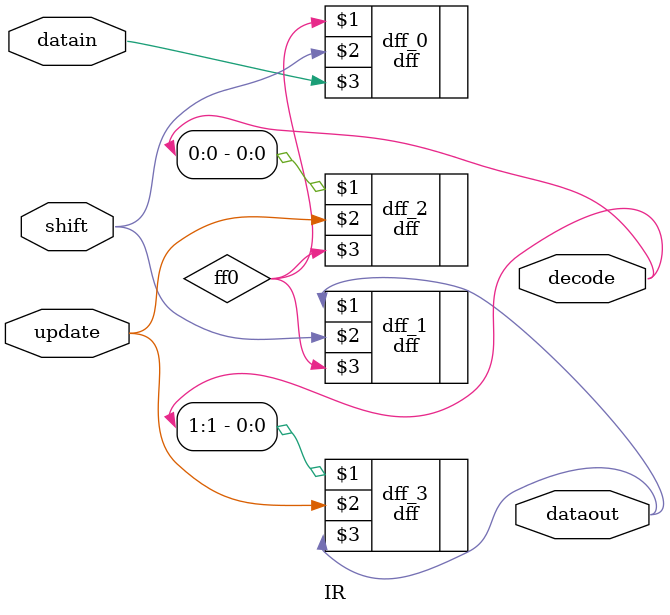
<source format=v>
`include "primitives.v"

module IR(datain,shift,update,dataout,decode);

input datain,shift,update;
output [1:0] decode;
output dataout;

//Shift Registers
dff dff_0(ff0,shift,datain);
dff dff_1(dataout,shift,ff0);

//Update Registers
dff dff_2(decode[0],update,ff0);
dff dff_3(decode[1],update,dataout);

endmodule
</source>
